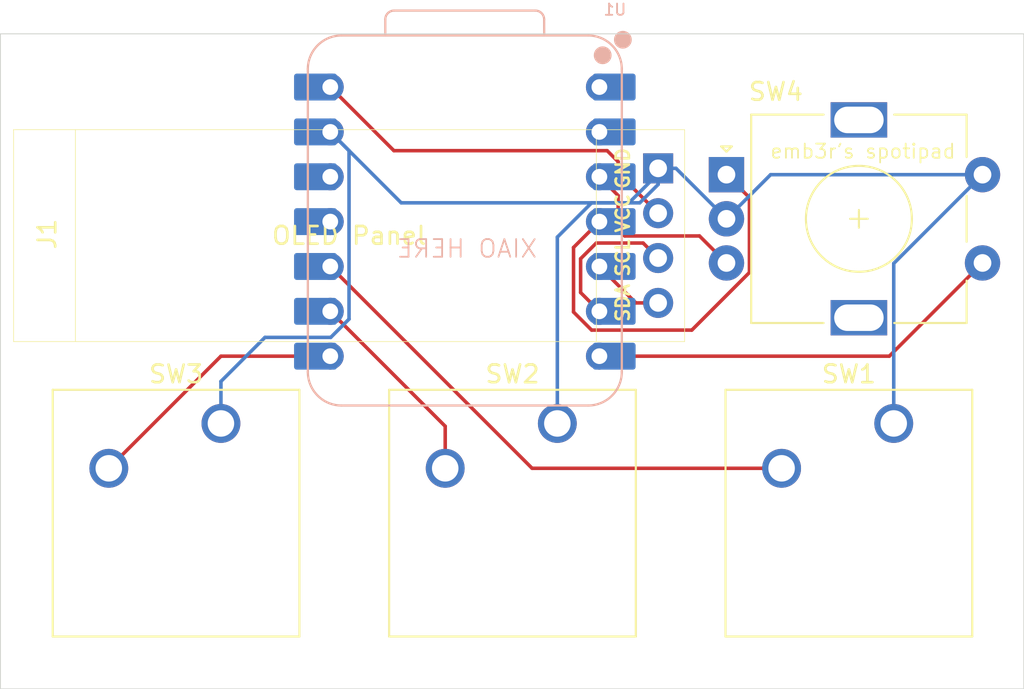
<source format=kicad_pcb>
(kicad_pcb (version 20241229) (generator "pcbnew") (generator_version "9.0")
  (layers (0 "F.Cu" signal) (2 "B.Cu" signal) (13 "F.Paste" user) (15 "B.Paste" user) (5 "F.SilkS" user "F.Silkscreen") (7 "B.SilkS" user "B.Silkscreen") (1 "F.Mask" user) (3 "B.Mask" user) (25 "Edge.Cuts" user))
  (net 0 "")
  (net 1 "Net-(U1-GPIO4{slash}MISO)")
  (net 2 "GND")
  (net 3 "Net-(U1-GPIO2{slash}SCK)")
  (net 4 "Net-(U1-GPIO1{slash}RX)")
  (net 5 "Net-(U1-GPIO28{slash}ADC2{slash}A2)")
  (net 6 "Net-(U1-GPIO29{slash}ADC3{slash}A3)")
  (net 7 "Net-(U1-GPIO0{slash}TX)")
  (net 11 "+5V")
  (net 13 "Net-(J1-Pin_3)")
  (net 14 "Net-(J1-Pin_4)")
  (footprint "SSD1333:SSD1306-0.91-OLED-4pin-128x32" (layer "F.Cu") (at 123.99 50.03875)
    (property "Reference" "J1" (at 1.9 5.91 90) (layer "F.SilkS"))
    (property "Value" "Conn_01x04_Pin")
    (fp_line (start 0 0) (end 0 12) (stroke (width 0.04)) (layer "F.SilkS"))
    (fp_line (start 0 12) (end 38 12) (stroke (width 0.04)) (layer "F.SilkS"))
    (fp_line (start 3.5 0) (end 3.5 12) (stroke (width 0.04)) (layer "F.SilkS"))
    (fp_line (start 33 0) (end 33 12) (stroke (width 0.04)) (layer "F.SilkS"))
    (fp_line (start 38 0) (end 0 0) (stroke (width 0.04)) (layer "F.SilkS"))
    (fp_line (start 38 12) (end 38 0) (stroke (width 0.04)) (layer "F.SilkS"))
    (fp_text user "VCC" (at 34.5 4.73 270) (layer "F.SilkS") (effects (font (size 0.75 0.75))))
    (fp_text user "SDA" (at 34.5 9.81 270) (layer "F.SilkS") (effects (font (size 0.75 0.75))))
    (fp_text user "GND" (at 34.5 2.19 270) (layer "F.SilkS") (effects (font (size 0.75 0.75))))
    (fp_text user "SCL" (at 34.5 7.27 270) (layer "F.SilkS") (effects (font (size 0.75 0.75))))
    (fp_text user "OLED Panel" (at 19 6 0) (layer "F.SilkS"))
    (pad "1" thru_hole rect (at 36.5 2.19) (size 1.7 1.7) (drill 1) (layers "*.Cu" "*.Mask") (net 2 "GND"))
    (pad "2" thru_hole oval (at 36.5 4.73) (size 1.7 1.7) (drill 1) (layers "*.Cu" "*.Mask") (net 11 "+5V"))
    (pad "3" thru_hole oval (at 36.5 7.27) (size 1.7 1.7) (drill 1) (layers "*.Cu" "*.Mask") (net 13 "Net-(J1-Pin_3)"))
    (pad "4" thru_hole oval (at 36.5 9.81) (size 1.7 1.7) (drill 1) (layers "*.Cu" "*.Mask") (net 14 "Net-(J1-Pin_4)"))
  )
  (footprint "Button_Switch_Keyboard:SW_Cherry_MX_1.00u_PCB" (layer "F.Cu") (at 173.83125 66.675)
    (property "Reference" "SW1" (at -2.54 -2.794 0) (layer "F.SilkS"))
    (property "Value" "SW_Push")
    (fp_line (start -9.525 -1.905) (end 4.445 -1.905) (stroke (width 0.12)) (layer "F.SilkS"))
    (fp_line (start -9.525 12.065) (end -9.525 -1.905) (stroke (width 0.12)) (layer "F.SilkS"))
    (fp_line (start 4.445 -1.905) (end 4.445 12.065) (stroke (width 0.12)) (layer "F.SilkS"))
    (fp_line (start 4.445 12.065) (end -9.525 12.065) (stroke (width 0.12)) (layer "F.SilkS"))
    (pad "" np_thru_hole circle (at -7.62 5.08) (size 1.7 1.7) (drill 1.7) (layers "*.Cu" "*.Mask"))
    (pad "" np_thru_hole circle (at -2.54 5.08) (size 4 4) (drill 4) (layers "*.Cu" "*.Mask"))
    (pad "" np_thru_hole circle (at 2.54 5.08) (size 1.7 1.7) (drill 1.7) (layers "*.Cu" "*.Mask"))
    (pad "1" thru_hole circle (at 0 0) (size 2.2 2.2) (drill 1.5) (layers "*.Cu" "*.Mask") (net 2 "GND"))
    (pad "2" thru_hole circle (at -6.35 2.54) (size 2.2 2.2) (drill 1.5) (layers "*.Cu" "*.Mask") (net 1 "Net-(U1-GPIO4{slash}MISO)"))
  )
  (footprint "Button_Switch_Keyboard:SW_Cherry_MX_1.00u_PCB" (layer "F.Cu") (at 154.78125 66.675)
    (property "Reference" "SW2" (at -2.54 -2.794 0) (layer "F.SilkS"))
    (property "Value" "SW_Push")
    (fp_line (start -9.525 -1.905) (end 4.445 -1.905) (stroke (width 0.12)) (layer "F.SilkS"))
    (fp_line (start -9.525 12.065) (end -9.525 -1.905) (stroke (width 0.12)) (layer "F.SilkS"))
    (fp_line (start 4.445 -1.905) (end 4.445 12.065) (stroke (width 0.12)) (layer "F.SilkS"))
    (fp_line (start 4.445 12.065) (end -9.525 12.065) (stroke (width 0.12)) (layer "F.SilkS"))
    (pad "" np_thru_hole circle (at -7.62 5.08) (size 1.7 1.7) (drill 1.7) (layers "*.Cu" "*.Mask"))
    (pad "" np_thru_hole circle (at -2.54 5.08) (size 4 4) (drill 4) (layers "*.Cu" "*.Mask"))
    (pad "" np_thru_hole circle (at 2.54 5.08) (size 1.7 1.7) (drill 1.7) (layers "*.Cu" "*.Mask"))
    (pad "1" thru_hole circle (at 0 0) (size 2.2 2.2) (drill 1.5) (layers "*.Cu" "*.Mask") (net 2 "GND"))
    (pad "2" thru_hole circle (at -6.35 2.54) (size 2.2 2.2) (drill 1.5) (layers "*.Cu" "*.Mask") (net 3 "Net-(U1-GPIO2{slash}SCK)"))
  )
  (footprint "Button_Switch_Keyboard:SW_Cherry_MX_1.00u_PCB" (layer "F.Cu") (at 135.73125 66.675)
    (property "Reference" "SW3" (at -2.54 -2.794 0) (layer "F.SilkS"))
    (property "Value" "SW_Push")
    (fp_line (start -9.525 -1.905) (end 4.445 -1.905) (stroke (width 0.12)) (layer "F.SilkS"))
    (fp_line (start -9.525 12.065) (end -9.525 -1.905) (stroke (width 0.12)) (layer "F.SilkS"))
    (fp_line (start 4.445 -1.905) (end 4.445 12.065) (stroke (width 0.12)) (layer "F.SilkS"))
    (fp_line (start 4.445 12.065) (end -9.525 12.065) (stroke (width 0.12)) (layer "F.SilkS"))
    (pad "" np_thru_hole circle (at -7.62 5.08) (size 1.7 1.7) (drill 1.7) (layers "*.Cu" "*.Mask"))
    (pad "" np_thru_hole circle (at -2.54 5.08) (size 4 4) (drill 4) (layers "*.Cu" "*.Mask"))
    (pad "" np_thru_hole circle (at 2.54 5.08) (size 1.7 1.7) (drill 1.7) (layers "*.Cu" "*.Mask"))
    (pad "1" thru_hole circle (at 0 0) (size 2.2 2.2) (drill 1.5) (layers "*.Cu" "*.Mask") (net 2 "GND"))
    (pad "2" thru_hole circle (at -6.35 2.54) (size 2.2 2.2) (drill 1.5) (layers "*.Cu" "*.Mask") (net 4 "Net-(U1-GPIO1{slash}RX)"))
  )
  (footprint "HACKPADLIB:RotaryEncoder_Alps_EC11E-Switch_Vertical_H20mm" (layer "F.Cu") (at 164.35875 52.58625)
    (property "Reference" "SW4" (at 2.8 -4.7 0) (layer "F.SilkS"))
    (property "Value" "RotaryEncoder_Switch")
    (fp_line (start -0.3 -1.6) (end 0.3 -1.6) (stroke (width 0.12)) (layer "F.SilkS"))
    (fp_line (start 0 -1.3) (end -0.3 -1.6) (stroke (width 0.12)) (layer "F.SilkS"))
    (fp_line (start 0.3 -1.6) (end 0 -1.3) (stroke (width 0.12)) (layer "F.SilkS"))
    (fp_line (start 1.4 -3.4) (end 1.4 8.4) (stroke (width 0.12)) (layer "F.SilkS"))
    (fp_line (start 5.5 -3.4) (end 1.4 -3.4) (stroke (width 0.12)) (layer "F.SilkS"))
    (fp_line (start 5.5 8.4) (end 1.4 8.4) (stroke (width 0.12)) (layer "F.SilkS"))
    (fp_line (start 7 2.5) (end 8 2.5) (stroke (width 0.12)) (layer "F.SilkS"))
    (fp_line (start 7.5 2) (end 7.5 3) (stroke (width 0.12)) (layer "F.SilkS"))
    (fp_line (start 9.5 -3.4) (end 13.6 -3.4) (stroke (width 0.12)) (layer "F.SilkS"))
    (fp_line (start 13.6 -3.4) (end 13.6 -1) (stroke (width 0.12)) (layer "F.SilkS"))
    (fp_line (start 13.6 1.2) (end 13.6 3.8) (stroke (width 0.12)) (layer "F.SilkS"))
    (fp_line (start 13.6 6) (end 13.6 8.4) (stroke (width 0.12)) (layer "F.SilkS"))
    (fp_line (start 13.6 8.4) (end 9.5 8.4) (stroke (width 0.12)) (layer "F.SilkS"))
    (fp_circle (center 7.5 2.5) (end 10.5 2.5) (stroke (width 0.12)) (fill no) (layer "F.SilkS"))
    (pad "A" thru_hole rect (at 0 0) (size 2 2) (drill 1) (layers "*.Cu" "*.Mask") (net 6 "Net-(U1-GPIO29{slash}ADC3{slash}A3)"))
    (pad "B" thru_hole circle (at 0 5) (size 2 2) (drill 1) (layers "*.Cu" "*.Mask") (net 5 "Net-(U1-GPIO28{slash}ADC2{slash}A2)"))
    (pad "C" thru_hole circle (at 0 2.5) (size 2 2) (drill 1) (layers "*.Cu" "*.Mask") (net 2 "GND"))
    (pad "MP" thru_hole rect (at 7.5 -3.1) (size 3.2 2) (drill oval 2.8 1.5) (layers "*.Cu" "*.Mask"))
    (pad "MP" thru_hole rect (at 7.5 8.1) (size 3.2 2) (drill oval 2.8 1.5) (layers "*.Cu" "*.Mask"))
    (pad "S1" thru_hole circle (at 14.5 5) (size 2 2) (drill 1) (layers "*.Cu" "*.Mask") (net 7 "Net-(U1-GPIO0{slash}TX)"))
    (pad "S2" thru_hole circle (at 14.5 0) (size 2 2) (drill 1) (layers "*.Cu" "*.Mask") (net 2 "GND"))
  )
  (footprint "HACKPADLIB:XIAO-RP2040-DIP" (layer "B.Cu") (at 149.5425 55.245 180)
    (property "Reference" "U1" (at -8.5 12 0) (layer "B.SilkS") (effects (font (size 0.635 0.635) (thickness 0.1016)) (justify mirror)))
    (property "Value" "XIAO-RP2040-DIP")
    (fp_line (start 8.89 -8.509) (end 8.89 8.636) (stroke (width 0.127)) (layer "B.SilkS"))
    (fp_line (start 6.985 10.541) (end -6.985 10.541) (stroke (width 0.1)) (layer "B.SilkS"))
    (fp_line (start 6.985 10.541) (end -6.985 10.541) (stroke (width 0.127)) (layer "B.SilkS"))
    (fp_line (start 4.504 11.451) (end 4.504 10.541) (stroke (width 0.127)) (layer "B.SilkS"))
    (fp_line (start -3.991272 11.951) (end 4.004 11.951) (stroke (width 0.127)) (layer "B.SilkS"))
    (fp_line (start -4.495 10.541) (end -4.491272 11.451272) (stroke (width 0.127)) (layer "B.SilkS"))
    (fp_line (start -6.985 -10.414) (end 6.985 -10.414) (stroke (width 0.127)) (layer "B.SilkS"))
    (fp_line (start -8.89 -8.509) (end -8.89 8.636) (stroke (width 0.127)) (layer "B.SilkS"))
    (fp_arc (start 8.89 8.636) (mid 8.332038 9.983038) (end 6.985 10.541) (stroke (width 0.127)) (layer "B.SilkS"))
    (fp_arc (start 6.985 -10.414) (mid 8.332038 -9.856038) (end 8.89 -8.509) (stroke (width 0.127)) (layer "B.SilkS"))
    (fp_arc (start 4.504 11.451) (mid 4.357553 11.804553) (end 4.004 11.951) (stroke (width 0.127)) (layer "B.SilkS"))
    (fp_arc (start -3.991272 11.951) (mid -4.344724 11.804644) (end -4.491272 11.451272) (stroke (width 0.127)) (layer "B.SilkS"))
    (fp_arc (start -6.985 10.541) (mid -8.332038 9.983038) (end -8.89 8.636) (stroke (width 0.127)) (layer "B.SilkS"))
    (fp_arc (start -8.89 -8.509) (mid -8.332038 -9.856038) (end -6.985 -10.414) (stroke (width 0.127)) (layer "B.SilkS"))
    (fp_circle (center -7.807 9.42) (end -7.807 9.674) (stroke (width 0.5)) (fill yes) (layer "B.SilkS"))
    (fp_circle (center -8.95 10.3) (end -8.95 10.554) (stroke (width 0.5)) (fill yes) (layer "B.SilkS"))
    (pad "1" smd roundrect (at -8.455 7.62) (size 2.432 1.524) (layers "B.Cu" "B.Mask") (roundrect_rratio 0.1))
    (pad "1" thru_hole circle (at -7.62 7.62) (size 1.524 1.524) (drill 0.889) (layers "*.Cu" "*.Mask"))
    (pad "2" smd roundrect (at -8.455 5.08) (size 2.432 1.524) (layers "B.Cu" "B.Mask") (roundrect_rratio 0.1))
    (pad "2" thru_hole circle (at -7.62 5.08) (size 1.524 1.524) (drill 0.889) (layers "*.Cu" "*.Mask"))
    (pad "3" smd roundrect (at -8.455 2.54) (size 2.432 1.524) (layers "B.Cu" "B.Mask") (roundrect_rratio 0.1) (net 5 "Net-(U1-GPIO28{slash}ADC2{slash}A2)"))
    (pad "3" thru_hole circle (at -7.62 2.54) (size 1.524 1.524) (drill 0.889) (layers "*.Cu" "*.Mask") (net 5 "Net-(U1-GPIO28{slash}ADC2{slash}A2)"))
    (pad "4" smd roundrect (at -8.455 0) (size 2.432 1.524) (layers "B.Cu" "B.Mask") (roundrect_rratio 0.1) (net 6 "Net-(U1-GPIO29{slash}ADC3{slash}A3)"))
    (pad "4" thru_hole circle (at -7.62 0) (size 1.524 1.524) (drill 0.889) (layers "*.Cu" "*.Mask") (net 6 "Net-(U1-GPIO29{slash}ADC3{slash}A3)"))
    (pad "5" smd roundrect (at -8.455 -2.54) (size 2.432 1.524) (layers "B.Cu" "B.Mask") (roundrect_rratio 0.1) (net 14 "Net-(J1-Pin_4)"))
    (pad "5" thru_hole circle (at -7.62 -2.54) (size 1.524 1.524) (drill 0.889) (layers "*.Cu" "*.Mask") (net 14 "Net-(J1-Pin_4)"))
    (pad "6" smd roundrect (at -8.455 -5.08) (size 2.432 1.524) (layers "B.Cu" "B.Mask") (roundrect_rratio 0.1) (net 13 "Net-(J1-Pin_3)"))
    (pad "6" thru_hole circle (at -7.62 -5.08) (size 1.524 1.524) (drill 0.889) (layers "*.Cu" "*.Mask") (net 13 "Net-(J1-Pin_3)"))
    (pad "7" smd roundrect (at -8.455 -7.62) (size 2.432 1.524) (layers "B.Cu" "B.Mask") (roundrect_rratio 0.1) (net 7 "Net-(U1-GPIO0{slash}TX)"))
    (pad "7" thru_hole circle (at -7.62 -7.62) (size 1.524 1.524) (drill 0.889) (layers "*.Cu" "*.Mask") (net 7 "Net-(U1-GPIO0{slash}TX)"))
    (pad "8" thru_hole circle (at 7.62 -7.62 180) (size 1.524 1.524) (drill 0.889) (layers "*.Cu" "*.Mask") (net 4 "Net-(U1-GPIO1{slash}RX)"))
    (pad "8" smd roundrect (at 8.455 -7.62 180) (size 2.432 1.524) (layers "B.Cu" "B.Mask") (roundrect_rratio 0.1) (net 4 "Net-(U1-GPIO1{slash}RX)"))
    (pad "9" thru_hole circle (at 7.62 -5.08 180) (size 1.524 1.524) (drill 0.889) (layers "*.Cu" "*.Mask") (net 3 "Net-(U1-GPIO2{slash}SCK)"))
    (pad "9" smd roundrect (at 8.455 -5.08 180) (size 2.432 1.524) (layers "B.Cu" "B.Mask") (roundrect_rratio 0.1) (net 3 "Net-(U1-GPIO2{slash}SCK)"))
    (pad "10" thru_hole circle (at 7.62 -2.54 180) (size 1.524 1.524) (drill 0.889) (layers "*.Cu" "*.Mask") (net 1 "Net-(U1-GPIO4{slash}MISO)"))
    (pad "10" smd roundrect (at 8.455 -2.54 180) (size 2.432 1.524) (layers "B.Cu" "B.Mask") (roundrect_rratio 0.1) (net 1 "Net-(U1-GPIO4{slash}MISO)"))
    (pad "11" thru_hole circle (at 7.62 0 180) (size 1.524 1.524) (drill 0.889) (layers "*.Cu" "*.Mask"))
    (pad "11" smd roundrect (at 8.455 0 180) (size 2.432 1.524) (layers "B.Cu" "B.Mask") (roundrect_rratio 0.1))
    (pad "12" thru_hole circle (at 7.62 2.54 180) (size 1.524 1.524) (drill 0.889) (layers "*.Cu" "*.Mask"))
    (pad "12" smd roundrect (at 8.455 2.54 180) (size 2.432 1.524) (layers "B.Cu" "B.Mask") (roundrect_rratio 0.1))
    (pad "13" thru_hole circle (at 7.62 5.08 180) (size 1.524 1.524) (drill 0.889) (layers "*.Cu" "*.Mask") (net 2 "GND"))
    (pad "13" smd roundrect (at 8.455 5.08 180) (size 2.432 1.524) (layers "B.Cu" "B.Mask") (roundrect_rratio 0.1) (net 2 "GND"))
    (pad "14" thru_hole circle (at 7.62 7.62 180) (size 1.524 1.524) (drill 0.889) (layers "*.Cu" "*.Mask") (net 11 "+5V"))
    (pad "14" smd roundrect (at 8.455 7.62 180) (size 2.432 1.524) (layers "B.Cu" "B.Mask") (roundrect_rratio 0.1) (net 11 "+5V"))
  )
  (gr_rect (start 123.244686 44.609751) (end 181.195009 81.702243) (stroke (width 0.05)) (fill no) (layer "Edge.Cuts"))
  (gr_text "emb3r's spotipad" (at 166.784483 51.731788 0) (layer "F.SilkS") (effects (font (size 0.8 0.8) (thickness 0.1)) (justify left bottom)))
  (gr_text "XIAO HERE\n" (at 153.704515 57.362238 0) (layer "B.SilkS") (effects (font (size 1 1) (thickness 0.1)) (justify left bottom mirror)))
  (segment (start 153.3525 69.215) (end 167.48125 69.215) (width 0.2) (layer "F.Cu") (net 1))
  (segment (start 141.9225 57.785) (end 153.3525 69.215) (width 0.2) (layer "F.Cu") (net 1))
  (segment (start 160.49 52.22875) (end 160.49 52.531126) (width 0.2) (layer "B.Cu") (net 2))
  (segment (start 154.78125 56.12294) (end 154.78125 66.675) (width 0.2) (layer "B.Cu") (net 2))
  (segment (start 160.49 52.22875) (end 161.50125 52.22875) (width 0.2) (layer "B.Cu") (net 2))
  (segment (start 141.94881 61.802) (end 138.223 61.802) (width 0.2) (layer "B.Cu") (net 2))
  (segment (start 164.35875 55.08625) (end 166.85875 52.58625) (width 0.2) (layer "B.Cu") (net 2))
  (segment (start 173.83125 57.61375) (end 173.83125 66.675) (width 0.2) (layer "B.Cu") (net 2))
  (segment (start 166.85875 52.58625) (end 178.85875 52.58625) (width 0.2) (layer "B.Cu") (net 2))
  (segment (start 161.50125 52.22875) (end 164.35875 55.08625) (width 0.2) (layer "B.Cu") (net 2))
  (segment (start 135.73125 64.29375) (end 135.73125 66.675) (width 0.2) (layer "B.Cu") (net 2))
  (segment (start 159.44899 54.182) (end 160.49 53.14099) (width 0.2) (layer "B.Cu") (net 2))
  (segment (start 160.49 53.14099) (end 160.49 52.22875) (width 0.2) (layer "B.Cu") (net 2))
  (segment (start 142.9855 51.228) (end 142.9855 60.76531) (width 0.2) (layer "B.Cu") (net 2))
  (segment (start 178.85875 52.58625) (end 173.83125 57.61375) (width 0.2) (layer "B.Cu") (net 2))
  (segment (start 142.9855 60.76531) (end 141.94881 61.802) (width 0.2) (layer "B.Cu") (net 2))
  (segment (start 145.9395 54.182) (end 159.44899 54.182) (width 0.2) (layer "B.Cu") (net 2))
  (segment (start 141.9225 50.165) (end 145.9395 54.182) (width 0.2) (layer "B.Cu") (net 2))
  (segment (start 138.223 61.802) (end 135.73125 64.29375) (width 0.2) (layer "B.Cu") (net 2))
  (segment (start 141.9225 50.165) (end 142.9855 51.228) (width 0.2) (layer "B.Cu") (net 2))
  (segment (start 158.839126 54.182) (end 156.72219 54.182) (width 0.2) (layer "B.Cu") (net 2))
  (segment (start 156.72219 54.182) (end 154.78125 56.12294) (width 0.2) (layer "B.Cu") (net 2))
  (segment (start 160.49 52.531126) (end 158.839126 54.182) (width 0.2) (layer "B.Cu") (net 2))
  (segment (start 148.43125 66.83375) (end 148.43125 69.215) (width 0.2) (layer "F.Cu") (net 3))
  (segment (start 141.9225 60.325) (end 148.43125 66.83375) (width 0.2) (layer "F.Cu") (net 3))
  (segment (start 135.73125 62.865) (end 129.38125 69.215) (width 0.2) (layer "F.Cu") (net 4))
  (segment (start 141.9225 62.865) (end 135.73125 62.865) (width 0.2) (layer "F.Cu") (net 4))
  (segment (start 158.2255 53.768) (end 158.2255 55.68531) (width 0.2) (layer "F.Cu") (net 5))
  (segment (start 157.1625 52.705) (end 158.2255 53.768) (width 0.2) (layer "F.Cu") (net 5))
  (segment (start 162.83025 56.05775) (end 164.35875 57.58625) (width 0.2) (layer "F.Cu") (net 5))
  (segment (start 158.59794 56.05775) (end 162.83025 56.05775) (width 0.2) (layer "F.Cu") (net 5))
  (segment (start 158.2255 55.68531) (end 158.59794 56.05775) (width 0.2) (layer "F.Cu") (net 5))
  (segment (start 165.65975 58.125142) (end 165.65975 53.88725) (width 0.2) (layer "F.Cu") (net 6))
  (segment (start 155.6985 56.709) (end 155.6985 60.36431) (width 0.2) (layer "F.Cu") (net 6))
  (segment (start 155.6985 60.36431) (end 156.72219 61.388) (width 0.2) (layer "F.Cu") (net 6))
  (segment (start 162.396892 61.388) (end 165.65975 58.125142) (width 0.2) (layer "F.Cu") (net 6))
  (segment (start 157.1625 55.245) (end 155.6985 56.709) (width 0.2) (layer "F.Cu") (net 6))
  (segment (start 156.72219 61.388) (end 162.396892 61.388) (width 0.2) (layer "F.Cu") (net 6))
  (segment (start 165.65975 53.88725) (end 164.35875 52.58625) (width 0.2) (layer "F.Cu") (net 6))
  (segment (start 178.85875 57.58625) (end 173.58 62.865) (width 0.2) (layer "F.Cu") (net 7))
  (segment (start 173.58 62.865) (end 157.1625 62.865) (width 0.2) (layer "F.Cu") (net 7))
  (segment (start 158.2255 51.85069) (end 157.60281 51.228) (width 0.2) (layer "F.Cu") (net 11))
  (segment (start 145.5255 51.228) (end 141.9225 47.625) (width 0.2) (layer "F.Cu") (net 11))
  (segment (start 158.2255 52.50425) (end 158.2255 51.85069) (width 0.2) (layer "F.Cu") (net 11))
  (segment (start 160.49 54.76875) (end 158.2255 52.50425) (width 0.2) (layer "F.Cu") (net 11))
  (segment (start 157.60281 51.228) (end 145.5255 51.228) (width 0.2) (layer "F.Cu") (net 11))
  (segment (start 156.0995 57.34469) (end 156.0995 59.262) (width 0.2) (layer "F.Cu") (net 13))
  (segment (start 156.98544 56.45875) (end 156.0995 57.34469) (width 0.2) (layer "F.Cu") (net 13))
  (segment (start 156.0995 59.262) (end 157.1625 60.325) (width 0.2) (layer "F.Cu") (net 13))
  (segment (start 159.64 56.45875) (end 156.98544 56.45875) (width 0.2) (layer "F.Cu") (net 13))
  (segment (start 160.49 57.30875) (end 159.64 56.45875) (width 0.2) (layer "F.Cu") (net 13))
  (segment (start 159.22625 59.84875) (end 157.1625 57.785) (width 0.2) (layer "F.Cu") (net 14))
  (segment (start 160.49 59.84875) (end 159.22625 59.84875) (width 0.2) (layer "F.Cu") (net 14))
)
</source>
